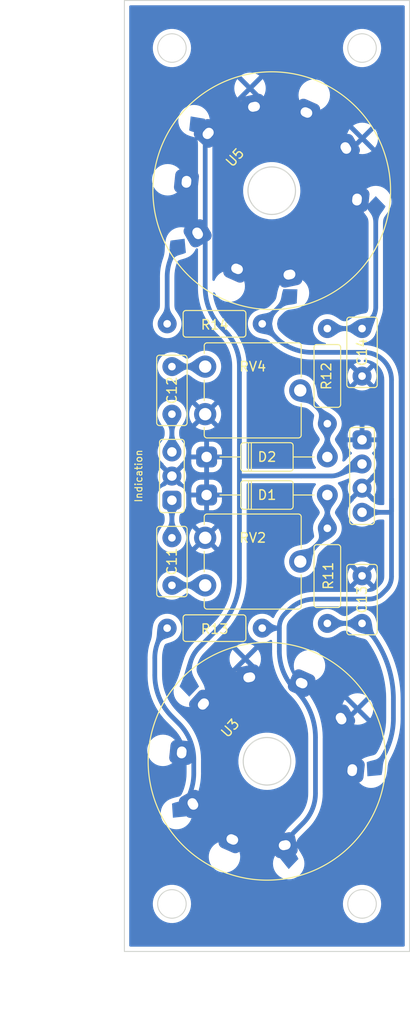
<source format=kicad_pcb>
(kicad_pcb (version 20211014) (generator pcbnew)
  (layers (0 "F.Cu" signal) (31 "B.Cu" signal) (34 "B.Paste" user) (35 "F.Paste" user) (36 "B.SilkS" user "B.Silkscreen") (37 "F.SilkS" user "F.Silkscreen") (38 "B.Mask" user) (39 "F.Mask" user) (44 "Edge.Cuts" user))
  (net 0 "")
  (net 1 "GND")
  (net 2 "240V")
  (net 3 "+6V")
  (net 4 "Net-(C11-Pad1)")
  (net 5 "Net-(C11-Pad2)")
  (net 6 "Net-(C12-Pad1)")
  (net 7 "Net-(C12-Pad2)")
  (net 8 "Net-(C13-Pad1)")
  (net 9 "Net-(C14-Pad1)")
  (net 10 "Net-(D1-Pad2)")
  (net 11 "Net-(D2-Pad2)")
  (net 12 "Net-(R13-Pad2)")
  (net 13 "Net-(R14-Pad2)")
  (footprint "spdf1626_lib:Potentiometer_THT_CA9V" (layer "F.Cu") (at 138.5 81.5)
    (fp_text reference "RV2" (at 5 -5) (layer "F.SilkS"))
    (fp_text value "470k")
    (pad "1" thru_hole circle (at 0 0) (size 2.34 2.34) (drill 1.3) (layers *.Cu *.Mask) (net 5 "Net-(C11-Pad2)"))
    (pad "2" thru_hole circle (at 10 -2.5) (size 2.34 2.34) (drill 1.3) (layers *.Cu *.Mask) (net 10 "Net-(D1-Pad2)"))
    (pad "3" thru_hole circle (at 0 -5) (size 2.34 2.34) (drill 1.3) (layers *.Cu *.Mask) (net 1 "GND"))
  )
  (footprint "spdf1626_lib:C_THT_K73-17_P5.00mm" (layer "F.Cu") (at 155 54.5 -90)
    (fp_text reference "C14" (at 2.5 0 90) (layer "F.SilkS"))
    (fp_text value "6800pF" hide)
    (pad "1" thru_hole circle (at 0 0 270) (size 2 2) (drill 0.8) (layers *.Cu *.Mask) (net 9 "Net-(C14-Pad1)"))
    (pad "2" thru_hole circle (at 5 0 270) (size 2 2) (drill 0.8) (layers *.Cu *.Mask) (net 1 "GND"))
  )
  (footprint "spdf1626_lib:9-pin_tube_socket(PL9-3P)" (layer "F.Cu") (at 145 100 48)
    (fp_text reference "U3" (at 0 -5.2 48 unlocked) (layer "F.SilkS"))
    (fp_text value "6E1P")
    (fp_circle (center 0 0) (end 2.5 0) (layer "Edge.Cuts") (width 0.12) (fill none))
    (pad "1" thru_hole roundrect (at 5.31 7.29 84) (size 2.5 2.5) (drill oval 1.25 1) (layers *.Cu *.Mask) (net 8 "Net-(C13-Pad1)"))
    (pad "2" thru_hole roundrect (at 8.55 2.79 120) (size 2.5 2.5) (drill oval 1.25 1) (layers *.Cu *.Mask) (net 1 "GND"))
    (pad "3" thru_hole roundrect (at 8.55 -2.79 156) (size 2.5 2.5) (drill oval 1.25 1) (layers *.Cu *.Mask))
    (pad "4" thru_hole roundrect (at 5.31 -7.29 12) (size 2.5 2.5) (drill oval 1.25 1) (layers *.Cu *.Mask) (net 1 "GND"))
    (pad "5" thru_hole roundrect (at 0 -9 48) (size 2.5 2.5) (drill oval 1.25 1) (layers *.Cu *.Mask) (net 3 "+6V"))
    (pad "6" thru_hole roundrect (at -5.31 -7.29 84) (size 2.5 2.5) (drill oval 1.25 1) (layers *.Cu *.Mask))
    (pad "7" thru_hole roundrect (at -8.55 -2.79 120) (size 2.5 2.5) (drill oval 1.25 1) (layers *.Cu *.Mask) (net 12 "Net-(R13-Pad2)"))
    (pad "8" thru_hole roundrect (at -8.55 2.79 336) (size 2.5 2.5) (drill oval 1.25 1) (layers *.Cu *.Mask))
    (pad "9" thru_hole roundrect (at -5.31 7.29 12) (size 2.5 2.5) (drill oval 1.25 1) (layers *.Cu *.Mask) (net 2 "240V"))
  )
  (footprint "spdf1626_lib:D_DO-41" (layer "F.Cu") (at 138.65 72)
    (fp_text reference "D1" (at 6.35 0) (layer "F.SilkS"))
    (fp_text value "1n4007" hide)
    (pad "1" thru_hole roundrect (at 0 0) (size 2.2 2.2) (drill 1.1) (layers *.Cu *.Mask) (net 1 "GND"))
    (pad "2" thru_hole oval (at 12.7 0) (size 2.2 2.2) (drill 1.1) (layers *.Cu *.Mask) (net 10 "Net-(D1-Pad2)"))
  )
  (footprint "spdf1626_lib:R_THT_025W" (layer "F.Cu") (at 139.5 54 180)
    (fp_text reference "R14" (at 0 -0.1) (layer "F.SilkS"))
    (fp_text value "1M" hide)
    (pad "1" thru_hole circle (at -5 0 180) (size 2 2) (drill 0.8) (layers *.Cu *.Mask) (net 2 "240V"))
    (pad "2" thru_hole circle (at 5 0 180) (size 2 2) (drill 0.8) (layers *.Cu *.Mask) (net 13 "Net-(R14-Pad2)"))
  )
  (footprint "spdf1626_lib:C_THT_K73-17_P5.00mm" (layer "F.Cu") (at 135 76.5 -90)
    (fp_text reference "C11" (at 2.5 0 90) (layer "F.SilkS"))
    (fp_text value "6800pF" hide)
    (pad "1" thru_hole circle (at 0 0 270) (size 2 2) (drill 0.8) (layers *.Cu *.Mask) (net 4 "Net-(C11-Pad1)"))
    (pad "2" thru_hole circle (at 5 0 270) (size 2 2) (drill 0.8) (layers *.Cu *.Mask) (net 5 "Net-(C11-Pad2)"))
  )
  (footprint "spdf1626_lib:R_THT_025W" (layer "F.Cu") (at 139.5 86 180)
    (fp_text reference "R13" (at 0 -0.1) (layer "F.SilkS"))
    (fp_text value "1M" hide)
    (pad "1" thru_hole circle (at -5 0 180) (size 2 2) (drill 0.8) (layers *.Cu *.Mask) (net 2 "240V"))
    (pad "2" thru_hole circle (at 5 0 180) (size 2 2) (drill 0.8) (layers *.Cu *.Mask) (net 12 "Net-(R13-Pad2)"))
  )
  (footprint "spdf1626_lib:C_THT_K73-17_P5.00mm" (layer "F.Cu") (at 155 85.5 90)
    (fp_text reference "C13" (at 2.5 0 90) (layer "F.SilkS"))
    (fp_text value "6800pF" hide)
    (pad "1" thru_hole circle (at 0 0 90) (size 2 2) (drill 0.8) (layers *.Cu *.Mask) (net 8 "Net-(C13-Pad1)"))
    (pad "2" thru_hole circle (at 5 0 90) (size 2 2) (drill 0.8) (layers *.Cu *.Mask) (net 1 "GND"))
  )
  (footprint "spdf1626_lib:C_THT_K73-17_P5.00mm" (layer "F.Cu") (at 135 63.5 90)
    (fp_text reference "C12" (at 2.5 0 90) (layer "F.SilkS"))
    (fp_text value "6800pF" hide)
    (pad "1" thru_hole circle (at 0 0 90) (size 2 2) (drill 0.8) (layers *.Cu *.Mask) (net 6 "Net-(C12-Pad1)"))
    (pad "2" thru_hole circle (at 5 0 90) (size 2 2) (drill 0.8) (layers *.Cu *.Mask) (net 7 "Net-(C12-Pad2)"))
  )
  (footprint "spdf1626_lib:R_THT_025W" (layer "F.Cu") (at 151.35 80.5 -90)
    (fp_text reference "R11" (at 0 -0.1 90) (layer "F.SilkS"))
    (fp_text value "1M" hide)
    (pad "1" thru_hole circle (at -5 0 270) (size 2 2) (drill 0.8) (layers *.Cu *.Mask) (net 10 "Net-(D1-Pad2)"))
    (pad "2" thru_hole circle (at 5 0 270) (size 2 2) (drill 0.8) (layers *.Cu *.Mask) (net 8 "Net-(C13-Pad1)"))
  )
  (footprint "spdf1626_lib:Potentiometer_THT_CA9V" (layer "F.Cu") (at 138.5 63.5)
    (fp_text reference "RV4" (at 5 -5) (layer "F.SilkS"))
    (fp_text value "470k")
    (pad "1" thru_hole circle (at 0 0) (size 2.34 2.34) (drill 1.3) (layers *.Cu *.Mask) (net 1 "GND"))
    (pad "2" thru_hole circle (at 10 -2.5) (size 2.34 2.34) (drill 1.3) (layers *.Cu *.Mask) (net 11 "Net-(D2-Pad2)"))
    (pad "3" thru_hole circle (at 0 -5) (size 2.34 2.34) (drill 1.3) (layers *.Cu *.Mask) (net 7 "Net-(C12-Pad2)"))
  )
  (footprint "spdf1626_lib:9-pin_tube_socket(PL9-3P)" (layer "F.Cu") (at 145.5 40 48)
    (fp_text reference "U5" (at 0 -5.2 48 unlocked) (layer "F.SilkS"))
    (fp_text value "6E1P")
    (fp_circle (center 0 0) (end 2.5 0) (layer "Edge.Cuts") (width 0.12) (fill none))
    (pad "1" thru_hole roundrect (at 5.31 7.29 84) (size 2.5 2.5) (drill oval 1.25 1) (layers *.Cu *.Mask) (net 9 "Net-(C14-Pad1)"))
    (pad "2" thru_hole roundrect (at 8.55 2.79 120) (size 2.5 2.5) (drill oval 1.25 1) (layers *.Cu *.Mask) (net 1 "GND"))
    (pad "3" thru_hole roundrect (at 8.55 -2.79 156) (size 2.5 2.5) (drill oval 1.25 1) (layers *.Cu *.Mask))
    (pad "4" thru_hole roundrect (at 5.31 -7.29 12) (size 2.5 2.5) (drill oval 1.25 1) (layers *.Cu *.Mask) (net 1 "GND"))
    (pad "5" thru_hole roundrect (at 0 -9 48) (size 2.5 2.5) (drill oval 1.25 1) (layers *.Cu *.Mask) (net 3 "+6V"))
    (pad "6" thru_hole roundrect (at -5.31 -7.29 84) (size 2.5 2.5) (drill oval 1.25 1) (layers *.Cu *.Mask))
    (pad "7" thru_hole roundrect (at -8.55 -2.79 120) (size 2.5 2.5) (drill oval 1.25 1) (layers *.Cu *.Mask) (net 13 "Net-(R14-Pad2)"))
    (pad "8" thru_hole roundrect (at -8.55 2.79 336) (size 2.5 2.5) (drill oval 1.25 1) (layers *.Cu *.Mask))
    (pad "9" thru_hole roundrect (at -5.31 7.29 12) (size 2.5 2.5) (drill oval 1.25 1) (layers *.Cu *.Mask) (net 2 "240V"))
  )
  (footprint "spdf1626_lib:D_DO-41" (layer "F.Cu") (at 138.65 68)
    (fp_text reference "D2" (at 6.35 0) (layer "F.SilkS"))
    (fp_text value "1n4007" hide)
    (pad "1" thru_hole roundrect (at 0 0) (size 2.2 2.2) (drill 1.1) (layers *.Cu *.Mask) (net 1 "GND"))
    (pad "2" thru_hole oval (at 12.7 0) (size 2.2 2.2) (drill 1.1) (layers *.Cu *.Mask) (net 11 "Net-(D2-Pad2)"))
  )
  (footprint "spdf1626_lib:R_THT_025W" (layer "F.Cu") (at 151.35 59.5 90)
    (fp_text reference "R12" (at 0 -0.1 90) (layer "F.SilkS"))
    (fp_text value "1M" hide)
    (pad "1" thru_hole circle (at -5 0 90) (size 2 2) (drill 0.8) (layers *.Cu *.Mask) (net 11 "Net-(D2-Pad2)"))
    (pad "2" thru_hole circle (at 5 0 90) (size 2 2) (drill 0.8) (layers *.Cu *.Mask) (net 9 "Net-(C14-Pad1)"))
  )
  (footprint "spdf1626_lib:PinHeader_1x04_P2.54mm" (layer "F.Cu") (at 155 66.2)
    (fp_text reference "J5" hide)
    (fp_text value "Conn_01x04" hide)
    (pad "1" thru_hole roundrect (at 0 0) (size 2 2) (drill 1) (layers *.Cu *.Mask) (net 1 "GND"))
    (pad "2" thru_hole circle (at 0 2.54) (size 2 2) (drill 1) (layers *.Cu *.Mask) (net 3 "+6V"))
    (pad "3" thru_hole circle (at 0 5.08) (size 2 2) (drill 1) (layers *.Cu *.Mask) (net 1 "GND"))
    (pad "4" thru_hole circle (at 0 7.62) (size 2 2) (drill 1) (layers *.Cu *.Mask) (net 2 "240V"))
  )
  (footprint "spdf1626_lib:PinHeader_1x03_P2.54mm" (layer "F.Cu") (at 135 72.55 180)
    (fp_text reference "J4" hide)
    (fp_text value "Indication" (at 3.5 2.55 90) (layer "F.SilkS") (effects (font (size 0.75 0.75) (thickness 0.12))))
    (pad "1" thru_hole roundrect (at 0 0 180) (size 2 2) (drill 1) (layers *.Cu *.Mask) (net 4 "Net-(C11-Pad1)"))
    (pad "2" thru_hole circle (at 0 2.54 180) (size 2 2) (drill 1) (layers *.Cu *.Mask) (net 1 "GND"))
    (pad "3" thru_hole circle (at 0 5.08 180) (size 2 2) (drill 1) (layers *.Cu *.Mask) (net 6 "Net-(C12-Pad1)"))
  )
  (gr_circle (center 155 25) (end 155 23.5) (layer "Edge.Cuts") (width 0.1) (fill none))
  (gr_rect (start 130 20) (end 160 120) (layer "Edge.Cuts") (width 0.1) (fill none))
  (gr_circle (center 135 25) (end 135 23.5) (layer "Edge.Cuts") (width 0.1) (fill none))
  (gr_circle (center 155 115) (end 155 116.5) (layer "Edge.Cuts") (width 0.1) (fill none))
  (gr_circle (center 135 115) (end 135 116.5) (layer "Edge.Cuts") (width 0.1) (fill none))
  (segment (start 158.1 73.7) (end 157.98 73.82) (width 0.5) (layer "B.Cu") (net 2))
  (segment (start 146.885763 84.514237) (end 147.360498 84.039502) (width 0.5) (layer "B.Cu") (net 2))
  (segment (start 144.5 86) (end 146.3 86) (width 0.5) (layer "B.Cu") (net 2))
  (segment (start 147.870501 107.429499) (end 148.801695 106.498305) (width 0.5) (layer "B.Cu") (net 2))
  (segment (start 157.135787 82.364213) (end 157.514214 81.985786) (width 0.5) (layer "B.Cu") (net 2))
  (segment (start 146.3 86) (end 146.3 85.928427) (width 0.5) (layer "B.Cu") (net 2))
  (segment (start 158.1 72.4) (end 158.1 73.7) (width 0.5) (layer "B.Cu") (net 2))
  (segment (start 144.5 54) (end 145.941706 55.441706) (width 0.5) (layer "B.Cu") (net 2))
  (segment (start 149.70376 57) (end 155.19832 57) (width 0.5) (layer "B.Cu") (net 2))
  (segment (start 157.98 73.82) (end 155 73.82) (width 0.5) (layer "B.Cu") (net 2))
  (segment (start 158.1 59.90168) (end 158.1 72.4) (width 0.5) (layer "B.Cu") (net 2))
  (segment (start 147.284714 110.763409) (end 147.284714 108.843713) (width 0.5) (layer "B.Cu") (net 2))
  (segment (start 147.736591 50.763409) (end 147.784714 50.763409) (width 0.5) (layer "B.Cu") (net 2))
  (segment (start 144.5 54) (end 147.736591 50.763409) (width 0.5) (layer "B.Cu") (net 2))
  (segment (start 158.1 80.571573) (end 158.1 72.4) (width 0.5) (layer "B.Cu") (net 2))
  (segment (start 148.046531 92.546531) (end 147.985902 92.485902) (width 0.5) (layer "B.Cu") (net 2))
  (segment (start 146.3 88.415774) (end 146.3 86) (width 0.5) (layer "B.Cu") (net 2))
  (segment (start 150.1 103.36392) (end 150.1 97.504044) (width 0.5) (layer "B.Cu") (net 2))
  (segment (start 149.990787 82.95) (end 155.721573 82.95) (width 0.5) (layer "B.Cu") (net 2))
  (arc (start 147.985902 92.485902) (mid 146.738151 90.618511) (end 146.3 88.415774) (width 0.5) (layer "B.Cu") (net 2))
  (arc (start 157.514214 81.985786) (mid 157.947759 81.33694) (end 158.1 80.571573) (width 0.5) (layer "B.Cu") (net 2))
  (arc (start 155.19832 57) (mid 157.250118 57.849882) (end 158.1 59.90168) (width 0.5) (layer "B.Cu") (net 2))
  (arc (start 146.885763 84.514237) (mid 146.452234 85.163059) (end 146.3 85.928427) (width 0.5) (layer "B.Cu") (net 2))
  (arc (start 145.941706 55.441706) (mid 147.667751 56.595012) (end 149.70376 57) (width 0.5) (layer "B.Cu") (net 2))
  (arc (start 147.360498 84.039502) (mid 148.567285 83.233153) (end 149.990787 82.95) (width 0.5) (layer "B.Cu") (net 2))
  (arc (start 148.801695 106.498305) (mid 149.762581 105.060237) (end 150.1 103.36392) (width 0.5) (layer "B.Cu") (net 2))
  (arc (start 147.870501 107.429499) (mid 147.436955 108.078346) (end 147.284714 108.843713) (width 0.5) (layer "B.Cu") (net 2))
  (arc (start 157.135787 82.364213) (mid 156.48694 82.797759) (end 155.721573 82.95) (width 0.5) (layer "B.Cu") (net 2))
  (arc (start 148.046531 92.546531) (mid 149.566321 94.821057) (end 150.1 97.504044) (width 0.5) (layer "B.Cu") (net 2))
  (segment (start 155 68.74) (end 154.688427 68.74) (width 0.5) (layer "B.Cu") (net 3))
  (segment (start 151.771573 70) (end 148.6 70) (width 0.5) (layer "B.Cu") (net 3))
  (segment (start 142.1 58.433131) (end 142.1 70) (width 0.5) (layer "B.Cu") (net 3))
  (segment (start 148.6 70) (end 142.1 70) (width 0.5) (layer "B.Cu") (net 3))
  (segment (start 140.247337 54.447337) (end 140.59165 54.79165) (width 0.5) (layer "B.Cu") (net 3))
  (segment (start 153.274213 69.325787) (end 153.185786 69.414214) (width 0.5) (layer "B.Cu") (net 3))
  (segment (start 136.825407 92.639563) (end 136.825407 90.519738) (width 0.5) (layer "B.Cu") (net 3))
  (segment (start 137.847278 88.052722) (end 139.914357 85.985643) (width 0.5) (layer "B.Cu") (net 3))
  (segment (start 138.5 35.153043) (end 138.5 50.228893) (width 0.5) (layer "B.Cu") (net 3))
  (segment (start 142.1 80.709035) (end 142.1 70) (width 0.5) (layer "B.Cu") (net 3))
  (segment (start 137.325407 32.639563) (end 137.553263 32.867419) (width 0.5) (layer "B.Cu") (net 3))
  (arc (start 151.771573 70) (mid 152.53694 69.847759) (end 153.185786 69.414214) (width 0.5) (layer "B.Cu") (net 3))
  (arc (start 136.825407 90.519738) (mid 137.090983 89.184599) (end 137.847278 88.052722) (width 0.5) (layer "B.Cu") (net 3))
  (arc (start 139.914357 85.985643) (mid 141.53197 83.564715) (end 142.1 80.709035) (width 0.5) (layer "B.Cu") (net 3))
  (arc (start 142.1 58.433131) (mid 141.707993 56.462376) (end 140.59165 54.79165) (width 0.5) (layer "B.Cu") (net 3))
  (arc (start 154.688427 68.74) (mid 153.92306 68.892241) (end 153.274213 69.325787) (width 0.5) (layer "B.Cu") (net 3))
  (arc (start 138.5 35.153043) (mid 138.253951 33.916072) (end 137.553263 32.867419) (width 0.5) (layer "B.Cu") (net 3))
  (arc (start 140.247337 54.447337) (mid 138.954118 52.511898) (end 138.5 50.228893) (width 0.5) (layer "B.Cu") (net 3))
  (segment (start 135 72.55) (end 135 76.5) (width 0.5) (layer "B.Cu") (net 4))
  (segment (start 135 81.5) (end 138.5 81.5) (width 0.5) (layer "B.Cu") (net 5))
  (segment (start 135 67.47) (end 135 63.5) (width 0.5) (layer "B.Cu") (net 6))
  (segment (start 138.5 58.5) (end 135 58.5) (width 0.5) (layer "B.Cu") (net 7))
  (segment (start 158.3 95.457396) (end 158.3 93.466952) (width 0.5) (layer "B.Cu") (net 8))
  (segment (start 151.35 85.5) (end 155 85.5) (width 0.5) (layer "B.Cu") (net 8))
  (arc (start 158.3 95.457396) (mid 157.687494 98.536672) (end 155.943264 101.147115) (width 0.5) (layer "B.Cu") (net 8))
  (arc (start 158.3 93.466952) (mid 157.442349 89.15525) (end 155 85.5) (width 0.5) (layer "B.Cu") (net 8))
  (segment (start 155.857477 53.642523) (end 155 54.5) (width 0.5) (layer "B.Cu") (net 9))
  (segment (start 156.443264 41.147115) (end 156.443264 52.228309) (width 0.5) (layer "B.Cu") (net 9))
  (segment (start 151.35 54.5) (end 155 54.5) (width 0.5) (layer "B.Cu") (net 9))
  (arc (start 155.857477 53.642523) (mid 156.291023 52.993676) (end 156.443264 52.228309) (width 0.5) (layer "B.Cu") (net 9))
  (segment (start 151.35 76.15) (end 148.5 79) (width 0.5) (layer "B.Cu") (net 10))
  (segment (start 151.35 75.5) (end 151.35 76.15) (width 0.5) (layer "B.Cu") (net 10))
  (segment (start 151.35 72) (end 151.35 75.5) (width 0.5) (layer "B.Cu") (net 10))
  (segment (start 151.35 68) (end 151.35 64.5) (width 0.5) (layer "B.Cu") (net 11))
  (segment (start 151.35 64.5) (end 151.35 63.85) (width 0.5) (layer "B.Cu") (net 11))
  (segment (start 151.35 63.85) (end 148.5 61) (width 0.5) (layer "B.Cu") (net 11))
  (segment (start 137.3 99.818162) (end 137.3 101.249357) (width 0.5) (layer "B.Cu") (net 12))
  (segment (start 135.00993 95.30993) (end 135.731523 96.031523) (width 0.5) (layer "B.Cu") (net 12))
  (segment (start 135.586613 105.385839) (end 135.474201 105.498251) (width 0.5) (layer "B.Cu") (net 12))
  (segment (start 133.2 89.138518) (end 133.2 90.940372) (width 0.5) (layer "B.Cu") (net 12))
  (arc (start 134.5 86) (mid 133.537866 87.439949) (end 133.2 89.138518) (width 0.5) (layer "B.Cu") (net 12))
  (arc (start 137.3 101.249357) (mid 136.854705 103.488005) (end 135.586613 105.385839) (width 0.5) (layer "B.Cu") (net 12))
  (arc (start 137.3 99.818162) (mid 136.892366 97.768848) (end 135.731523 96.031523) (width 0.5) (layer "B.Cu") (net 12))
  (arc (start 135.00993 95.30993) (mid 133.670385 93.30516) (end 133.2 90.940372) (width 0.5) (layer "B.Cu") (net 12))
  (segment (start 134.5 54) (end 134.5 49.057278) (width 0.5) (layer "B.Cu") (net 13))
  (arc (start 134.5 49.057278) (mid 134.883131 47.13115) (end 135.974201 45.498251) (width 0.5) (layer "B.Cu") (net 13))
  (zone (net 2) (net_name "240V") (layer "B.Cu") (priority 16962) (connect_pads yes (clearance 0)) (min_thickness 0.0254) (fill yes (thermal_gap 0.508) (thermal_bridge_width 0.508))
    (polygon (pts (xy 146.083918 55.230365) (xy 145.927758 55.060616) (xy 145.811724 54.905769) (xy 145.728453 54.761392) (xy 145.670585 54.623056) (xy 145.630758 54.486331) (xy 145.601612 54.346788) (xy 145.575786 54.199995) (xy 145.545918 54.041523) (xy 145.504648 53.866943) (xy 145.444616 53.671825) (xy 144.146447 53.646447) (xy 144.171825 54.944616) (xy 144.366943 55.004648) (xy 144.541523 55.045918) (xy 144.699995 55.075786) (xy 144.846788 55.101612) (xy 144.986331 55.130758) (xy 145.123056 55.170585) (xy 145.261392 55.228453) (xy 145.405769 55.311724) (xy 145.560616 55.427758) (xy 145.730365 55.583918)))
  )
  (zone (net 10) (net_name "Net-(D1-Pad2)") (layer "B.Cu") (priority 16962) (connect_pads yes (clearance 0)) (min_thickness 0.0254) (fill yes (thermal_gap 0.508) (thermal_bridge_width 0.508))
    (polygon (pts (xy 149.970781 77.175666) (xy 149.770083 77.359015) (xy 149.58654 77.493178) (xy 149.414985 77.587314) (xy 149.250256 77.650581) (xy 149.087189 77.692137) (xy 148.920619 77.72114) (xy 148.745382 77.74675) (xy 148.556315 77.778124) (xy 148.348254 77.824421) (xy 148.116035 77.894799) (xy 148.086343 79.413657) (xy 149.605201 79.383965) (xy 149.675578 79.151745) (xy 149.721875 78.943684) (xy 149.753249 78.754617) (xy 149.778859 78.57938) (xy 149.807862 78.41281) (xy 149.849418 78.249743) (xy 149.912685 78.085014) (xy 150.006821 77.913459) (xy 150.140984 77.729916) (xy 150.324334 77.529219)))
  )
  (zone (net 4) (net_name "Net-(C11-Pad1)") (layer "B.Cu") (priority 16962) (connect_pads yes (clearance 0)) (min_thickness 0.0254) (fill yes (thermal_gap 0.508) (thermal_bridge_width 0.508))
    (polygon (pts (xy 135.25 74.54) (xy 135.259608 74.309548) (xy 135.287053 74.118006) (xy 135.330262 73.957034) (xy 135.387161 73.818297) (xy 135.455678 73.693456) (xy 135.533742 73.574174) (xy 135.619278 73.452113) (xy 135.710215 73.318937) (xy 135.804479 73.166308) (xy 135.9 72.985889) (xy 135 72.05) (xy 134.1 72.985889) (xy 134.19552 73.166308) (xy 134.289784 73.318937) (xy 134.380721 73.452113) (xy 134.466257 73.574174) (xy 134.544321 73.693456) (xy 134.612838 73.818297) (xy 134.669737 73.957034) (xy 134.712946 74.118006) (xy 134.740391 74.309548) (xy 134.75 74.54)))
  )
  (zone (net 13) (net_name "Net-(R14-Pad2)") (layer "B.Cu") (priority 16962) (connect_pads yes (clearance 0)) (min_thickness 0.0254) (fill yes (thermal_gap 0.508) (thermal_bridge_width 0.508))
    (polygon (pts (xy 135.007821 47.508095) (xy 135.099304 47.287397) (xy 135.202835 47.118522) (xy 135.318451 46.992264) (xy 135.446187 46.899417) (xy 135.586082 46.830778) (xy 135.738172 46.77714) (xy 135.902494 46.729298) (xy 136.079084 46.678047) (xy 136.267981 46.614181) (xy 136.46922 46.528496) (xy 136.329924 45.050956) (xy 134.858957 45.247892) (xy 134.809891 45.499009) (xy 134.780387 45.71653) (xy 134.764497 45.909614) (xy 134.756271 46.087418) (xy 134.749762 46.259098) (xy 134.739021 46.433812) (xy 134.7181 46.620718) (xy 134.681051 46.828972) (xy 134.621924 47.067733) (xy 134.534773 47.346157)))
  )
  (zone (net 10) (net_name "Net-(D1-Pad2)") (layer "B.Cu") (priority 16962) (connect_pads yes (clearance 0)) (min_thickness 0.0254) (fill yes (thermal_gap 0.508) (thermal_bridge_width 0.508))
    (polygon (pts (xy 151.6 74.19) (xy 151.611172 73.935376) (xy 151.643012 73.724363) (xy 151.693005 73.547572) (xy 151.758636 73.395612) (xy 151.837391 73.259093) (xy 151.926754 73.128626) (xy 152.024211 72.994821) (xy 152.127248 72.848288) (xy 152.233349 72.679637) (xy 152.34 72.479478) (xy 151.35 71.45) (xy 150.36 72.479478) (xy 150.46665 72.679637) (xy 150.572751 72.848288) (xy 150.675788 72.994821) (xy 150.773245 73.128626) (xy 150.862608 73.259093) (xy 150.941363 73.395612) (xy 151.006994 73.547572) (xy 151.056987 73.724363) (xy 151.088827 73.935376) (xy 151.1 74.19)))
  )
  (zone (net 13) (net_name "Net-(R14-Pad2)") (layer "B.Cu") (priority 16962) (connect_pads yes (clearance 0)) (min_thickness 0.0254) (fill yes (thermal_gap 0.508) (thermal_bridge_width 0.508))
    (polygon (pts (xy 134.25 52.01) (xy 134.240391 52.240451) (xy 134.212946 52.431993) (xy 134.169737 52.592965) (xy 134.112838 52.731702) (xy 134.044321 52.856543) (xy 133.966257 52.975825) (xy 133.880721 53.097886) (xy 133.789784 53.231062) (xy 133.69552 53.383691) (xy 133.6 53.564111) (xy 134.5 54.5) (xy 135.4 53.564111) (xy 135.304479 53.383691) (xy 135.210215 53.231062) (xy 135.119278 53.097886) (xy 135.033742 52.975825) (xy 134.955678 52.856543) (xy 134.887161 52.731702) (xy 134.830262 52.592965) (xy 134.787053 52.431993) (xy 134.759608 52.240451) (xy 134.75 52.01)))
  )
  (zone (net 4) (net_name "Net-(C11-Pad1)") (layer "B.Cu") (priority 16962) (connect_pads yes (clearance 0)) (min_thickness 0.0254) (fill yes (thermal_gap 0.508) (thermal_bridge_width 0.508))
    (polygon (pts (xy 134.75 74.51) (xy 134.740391 74.740451) (xy 134.712946 74.931993) (xy 134.669737 75.092965) (xy 134.612838 75.231702) (xy 134.544321 75.356543) (xy 134.466257 75.475825) (xy 134.380721 75.597886) (xy 134.289784 75.731062) (xy 134.19552 75.883691) (xy 134.1 76.064111) (xy 135 77) (xy 135.9 76.064111) (xy 135.804479 75.883691) (xy 135.710215 75.731062) (xy 135.619278 75.597886) (xy 135.533742 75.475825) (xy 135.455678 75.356543) (xy 135.387161 75.231702) (xy 135.330262 75.092965) (xy 135.287053 74.931993) (xy 135.259608 74.740451) (xy 135.25 74.51)))
  )
  (zone (net 9) (net_name "Net-(C14-Pad1)") (layer "B.Cu") (priority 16962) (connect_pads yes (clearance 0)) (min_thickness 0.0254) (fill yes (thermal_gap 0.508) (thermal_bridge_width 0.508))
    (polygon (pts (xy 153.34 54.25) (xy 153.109548 54.240391) (xy 152.918006 54.212946) (xy 152.757034 54.169737) (xy 152.618297 54.112838) (xy 152.493456 54.044321) (xy 152.374174 53.966257) (xy 152.252113 53.880721) (xy 152.118937 53.789784) (xy 151.966308 53.69552) (xy 151.785889 53.6) (xy 150.85 54.5) (xy 151.785889 55.4) (xy 151.966308 55.304479) (xy 152.118937 55.210215) (xy 152.252113 55.119278) (xy 152.374174 55.033742) (xy 152.493456 54.955678) (xy 152.618297 54.887161) (xy 152.757034 54.830262) (xy 152.918006 54.787053) (xy 153.109548 54.759608) (xy 153.34 54.75)))
  )
  (zone (net 7) (net_name "Net-(C12-Pad2)") (layer "B.Cu") (priority 16962) (connect_pads yes (clearance 0)) (min_thickness 0.0254) (fill yes (thermal_gap 0.508) (thermal_bridge_width 0.508))
    (polygon (pts (xy 136.99 58.25) (xy 136.759548 58.240391) (xy 136.568006 58.212946) (xy 136.407034 58.169737) (xy 136.268297 58.112838) (xy 136.143456 58.044321) (xy 136.024174 57.966257) (xy 135.902113 57.880721) (xy 135.768937 57.789784) (xy 135.616308 57.69552) (xy 135.435889 57.6) (xy 134.5 58.5) (xy 135.435889 59.4) (xy 135.616308 59.304479) (xy 135.768937 59.210215) (xy 135.902113 59.119278) (xy 136.024174 59.033742) (xy 136.143456 58.955678) (xy 136.268297 58.887161) (xy 136.407034 58.830262) (xy 136.568006 58.787053) (xy 136.759548 58.759608) (xy 136.99 58.75)))
  )
  (zone (net 2) (net_name "240V") (layer "B.Cu") (priority 16962) (connect_pads yes (clearance 0)) (min_thickness 0.0254) (fill yes (thermal_gap 0.508) (thermal_bridge_width 0.508))
    (polygon (pts (xy 145.730365 52.416082) (xy 145.560616 52.572241) (xy 145.405769 52.688275) (xy 145.261392 52.771546) (xy 145.123056 52.829414) (xy 144.986331 52.869241) (xy 144.846788 52.898387) (xy 144.699995 52.924213) (xy 144.541523 52.954081) (xy 144.366943 52.995351) (xy 144.171825 53.055384) (xy 144.146447 54.353553) (xy 145.444616 54.328175) (xy 145.504648 54.133056) (xy 145.545918 53.958476) (xy 145.575786 53.800004) (xy 145.601612 53.653211) (xy 145.630758 53.513668) (xy 145.670585 53.376943) (xy 145.728453 53.238607) (xy 145.811724 53.09423) (xy 145.927758 52.939383) (xy 146.083918 52.769635)))
  )
  (zone (net 1) (net_name "GND") (layer "B.Cu") (connect_pads (clearance 0.508)) (min_thickness 0.254) (fill yes (thermal_gap 0.508) (thermal_bridge_width 0.508) (smoothing fillet) (radius 1))
    (polygon (pts (xy 160 120) (xy 130 120) (xy 130 20) (xy 160 20)))
  )
  (zone (net 11) (net_name "Net-(D2-Pad2)") (layer "B.Cu") (priority 16962) (connect_pads yes (clearance 0)) (min_thickness 0.0254) (fill yes (thermal_gap 0.508) (thermal_bridge_width 0.508))
    (polygon (pts (xy 150.162062 63.015615) (xy 150.286438 63.154062) (xy 150.374897 63.283564) (xy 150.432192 63.407125) (xy 150.46308 63.527748) (xy 150.472315 63.648436) (xy 150.464653 63.772193) (xy 150.444849 63.902022) (xy 150.417658 64.040927) (xy 150.387836 64.19191) (xy 150.360137 64.357977) (xy 151.501824 64.976391) (xy 152.057106 63.792894) (xy 151.889844 63.637131) (xy 151.736732 63.515229) (xy 151.593555 63.418046) (xy 151.456101 63.336441) (xy 151.320156 63.261274) (xy 151.181508 63.183403) (xy 151.035943 63.093687) (xy 150.879247 62.982986) (xy 150.707209 62.842158) (xy 150.515615 62.662062)))
  )
  (zone (net 3) (net_name "+6V") (layer "B.Cu") (priority 16962) (connect_pads yes (clearance 0)) (min_thickness 0.0254) (fill yes (thermal_gap 0.508) (thermal_bridge_width 0.508))
    (polygon (pts (xy 152.405035 70.158986) (xy 152.719165 70.057679) (xy 152.987539 69.956577) (xy 153.220475 69.860234) (xy 153.428296 69.773204) (xy 153.621322 69.700042) (xy 153.809872 69.645303) (xy 154.00427 69.61354) (xy 154.214833 69.609308) (xy 154.451885 69.637162) (xy 154.725745 69.701656) (xy 155.492518 68.653827) (xy 154.415521 67.928592) (xy 154.154238 68.137767) (xy 153.945056 68.342922) (xy 153.772281 68.542722) (xy 153.620225 68.735832) (xy 153.473195 68.920915) (xy 153.315501 69.096638) (xy 153.131452 69.261664) (xy 152.905357 69.414658) (xy 152.621526 69.554286) (xy 152.264267 69.679212)))
  )
  (zone (net 10) (net_name "Net-(D1-Pad2)") (layer "B.Cu") (priority 16962) (connect_pads yes (clearance 0)) (min_thickness 0.0254) (fill yes (thermal_gap 0.508) (thermal_bridge_width 0.508))
    (polygon (pts (xy 150.515615 77.337938) (xy 150.707209 77.157841) (xy 150.879247 77.017013) (xy 151.035943 76.906312) (xy 151.181508 76.816596) (xy 151.320156 76.738725) (xy 151.456101 76.663558) (xy 151.593555 76.581953) (xy 151.736732 76.48477) (xy 151.889844 76.362868) (xy 152.057106 76.207106) (xy 151.501824 75.023609) (xy 150.360137 75.642023) (xy 150.387836 75.808089) (xy 150.417658 75.959072) (xy 150.444849 76.097977) (xy 150.464653 76.227806) (xy 150.472315 76.351563) (xy 150.46308 76.472251) (xy 150.432192 76.592874) (xy 150.374897 76.716435) (xy 150.286438 76.845937) (xy 150.162062 76.984385)))
  )
  (zone (net 12) (net_name "Net-(R13-Pad2)") (layer "B.Cu") (priority 16962) (connect_pads yes (clearance 0)) (min_thickness 0.0254) (fill yes (thermal_gap 0.508) (thermal_bridge_width 0.508))
    (polygon (pts (xy 136.561539 103.536722) (xy 136.448009 103.753699) (xy 136.327703 103.917367) (xy 136.199689 104.037279) (xy 136.063038 104.122988) (xy 135.916818 104.184045) (xy 135.7601 104.230005) (xy 135.591952 104.27042) (xy 135.411445 104.314842) (xy 135.217649 104.372825) (xy 135.009632 104.453922) (xy 135.105504 105.934913) (xy 136.581616 105.781233) (xy 136.637055 105.535644) (xy 136.672568 105.322014) (xy 136.694643 105.131821) (xy 136.709769 104.956544) (xy 136.724433 104.787662) (xy 136.745124 104.616655) (xy 136.778331 104.435001) (xy 136.830541 104.23418) (xy 136.908243 104.005671) (xy 137.017925 103.740954)))
  )
  (zone (net 7) (net_name "Net-(C12-Pad2)") (layer "B.Cu") (priority 16962) (connect_pads yes (clearance 0)) (min_thickness 0.0254) (fill yes (thermal_gap 0.508) (thermal_bridge_width 0.508))
    (polygon (pts (xy 136.17 58.75) (xy 136.441561 58.762266) (xy 136.666214 58.797183) (xy 136.854086 58.851927) (xy 137.015303 58.923671) (xy 137.159994 59.009593) (xy 137.298286 59.106867) (xy 137.440306 59.21267) (xy 137.596181 59.324175) (xy 137.776039 59.43856) (xy 137.990009 59.553) (xy 139.085 58.5) (xy 137.990009 57.447) (xy 137.776039 57.561439) (xy 137.596181 57.675824) (xy 137.440306 57.787329) (xy 137.298286 57.893132) (xy 137.159994 57.990406) (xy 137.015303 58.076328) (xy 136.854086 58.148072) (xy 136.666214 58.202816) (xy 136.441561 58.237733) (xy 136.17 58.25)))
  )
  (zone (net 11) (net_name "Net-(D2-Pad2)") (layer "B.Cu") (priority 16962) (connect_pads yes (clearance 0)) (min_thickness 0.0254) (fill yes (thermal_gap 0.508) (thermal_bridge_width 0.508))
    (polygon (pts (xy 151.6 66.49) (xy 151.609608 66.259548) (xy 151.637053 66.068006) (xy 151.680262 65.907034) (xy 151.737161 65.768297) (xy 151.805678 65.643456) (xy 151.883742 65.524174) (xy 151.969278 65.402113) (xy 152.060215 65.268937) (xy 152.154479 65.116308) (xy 152.25 64.935889) (xy 151.35 64) (xy 150.45 64.935889) (xy 150.54552 65.116308) (xy 150.639784 65.268937) (xy 150.730721 65.402113) (xy 150.816257 65.524174) (xy 150.894321 65.643456) (xy 150.962838 65.768297) (xy 151.019737 65.907034) (xy 151.062946 66.068006) (xy 151.090391 66.259548) (xy 151.1 66.49)))
  )
  (zone (net 8) (net_name "Net-(C13-Pad1)") (layer "B.Cu") (priority 16962) (connect_pads yes (clearance 0)) (min_thickness 0.0254) (fill yes (thermal_gap 0.508) (thermal_bridge_width 0.508))
    (polygon (pts (xy 153.34 85.25) (xy 153.109548 85.240391) (xy 152.918006 85.212946) (xy 152.757034 85.169737) (xy 152.618297 85.112838) (xy 152.493456 85.044321) (xy 152.374174 84.966257) (xy 152.252113 84.880721) (xy 152.118937 84.789784) (xy 151.966308 84.69552) (xy 151.785889 84.6) (xy 150.85 85.5) (xy 151.785889 86.4) (xy 151.966308 86.304479) (xy 152.118937 86.210215) (xy 152.252113 86.119278) (xy 152.374174 86.033742) (xy 152.493456 85.955678) (xy 152.618297 85.887161) (xy 152.757034 85.830262) (xy 152.918006 85.787053) (xy 153.109548 85.759608) (xy 153.34 85.75)))
  )
  (zone (net 3) (net_name "+6V") (layer "B.Cu") (priority 16962) (connect_pads yes (clearance 0)) (min_thickness 0.0254) (fill yes (thermal_gap 0.508) (thermal_bridge_width 0.508))
    (polygon (pts (xy 138.696806 34.546707) (xy 138.649409 34.258614) (xy 138.615802 34.014155) (xy 138.592714 33.803423) (xy 138.576875 33.616511) (xy 138.565015 33.443515) (xy 138.553864 33.274527) (xy 138.540152 33.099643) (xy 138.520608 32.908955) (xy 138.491963 32.692559) (xy 138.450947 32.440548) (xy 136.975934 32.187368) (xy 136.816119 33.662829) (xy 137.0117 33.74747) (xy 137.200276 33.810112) (xy 137.379745 33.860042) (xy 137.548004 33.906547) (xy 137.702952 33.958916) (xy 137.842486 34.026435) (xy 137.964504 34.118392) (xy 138.066904 34.244074) (xy 138.147585 34.412769) (xy 138.204444 34.633765)))
  )
  (zone (net 11) (net_name "Net-(D2-Pad2)") (layer "B.Cu") (priority 16962) (connect_pads yes (clearance 0)) (min_thickness 0.0254) (fill yes (thermal_gap 0.508) (thermal_bridge_width 0.508))
    (polygon (pts (xy 151.1 65.81) (xy 151.088827 66.064623) (xy 151.056987 66.275636) (xy 151.006994 66.452427) (xy 150.941363 66.604387) (xy 150.862608 66.740906) (xy 150.773245 66.871373) (xy 150.675788 67.005178) (xy 150.572751 67.151711) (xy 150.46665 67.320362) (xy 150.36 67.520522) (xy 151.35 68.55) (xy 152.34 67.520522) (xy 152.233349 67.320362) (xy 152.127248 67.151711) (xy 152.024211 67.005178) (xy 151.926754 66.871373) (xy 151.837391 66.740906) (xy 151.758636 66.604387) (xy 151.693005 66.452427) (xy 151.643012 66.275636) (xy 151.611172 66.064623) (xy 151.6 65.81)))
  )
  (zone (net 2) (net_name "240V") (layer "B.Cu") (priority 16962) (connect_pads yes (clearance 0)) (min_thickness 0.0254) (fill yes (thermal_gap 0.508) (thermal_bridge_width 0.508))
    (polygon (pts (xy 146.320257 52.533296) (xy 146.515061 52.355203) (xy 146.693256 52.22473) (xy 146.859898 52.133196) (xy 147.020041 52.071924) (xy 147.178742 52.032235) (xy 147.341056 52.00545) (xy 147.512038 51.98289) (xy 147.696745 51.955878) (xy 147.900231 51.915734) (xy 148.127552 51.85378) (xy 148.200661 50.371491) (xy 146.716647 50.35637) (xy 146.640081 50.583795) (xy 146.58802 50.787533) (xy 146.551404 50.97271) (xy 146.521175 51.144451) (xy 146.488276 51.307881) (xy 146.443649 51.468125) (xy 146.378237 51.630307) (xy 146.28298 51.799555) (xy 146.148821 51.980991) (xy 145.966704 52.179743)))
  )
  (zone (net 6) (net_name "Net-(C12-Pad1)") (layer "B.Cu") (priority 16962) (connect_pads yes (clearance 0)) (min_thickness 0.0254) (fill yes (thermal_gap 0.508) (thermal_bridge_width 0.508))
    (polygon (pts (xy 134.75 65.48) (xy 134.740391 65.710451) (xy 134.712946 65.901993) (xy 134.669737 66.062965) (xy 134.612838 66.201702) (xy 134.544321 66.326543) (xy 134.466257 66.445825) (xy 134.380721 66.567886) (xy 134.289784 66.701062) (xy 134.19552 66.853691) (xy 134.1 67.034111) (xy 135 67.97) (xy 135.9 67.034111) (xy 135.804479 66.853691) (xy 135.710215 66.701062) (xy 135.619278 66.567886) (xy 135.533742 66.445825) (xy 135.455678 66.326543) (xy 135.387161 66.201702) (xy 135.330262 66.062965) (xy 135.287053 65.901993) (xy 135.259608 65.710451) (xy 135.25 65.48)))
  )
  (zone (net 8) (net_name "Net-(C13-Pad1)") (layer "B.Cu") (priority 16962) (connect_pads yes (clearance 0)) (min_thickness 0.0254) (fill yes (thermal_gap 0.508) (thermal_bridge_width 0.508))
    (polygon (pts (xy 156.486817 86.889209) (xy 156.356001 86.686808) (xy 156.260119 86.508172) (xy 156.192569 86.347295) (xy 156.146746 86.198173) (xy 156.116045 86.054802) (xy 156.093863 85.911177) (xy 156.073596 85.761295) (xy 156.04864 85.59915) (xy 156.012391 85.418739) (xy 155.958246 85.214058) (xy 154.662481 85.131109) (xy 154.630238 86.429126) (xy 154.817372 86.495325) (xy 154.987587 86.542675) (xy 155.143685 86.578943) (xy 155.288467 86.611894) (xy 155.424734 86.649291) (xy 155.555287 86.698902) (xy 155.682928 86.76849) (xy 155.810458 86.865821) (xy 155.940677 86.998661) (xy 156.076389 87.174775)))
  )
  (zone (net 8) (net_name "Net-(C13-Pad1)") (layer "B.Cu") (priority 16962) (connect_pads yes (clearance 0)) (min_thickness 0.0254) (fill yes (thermal_gap 0.508) (thermal_bridge_width 0.508))
    (polygon (pts (xy 157.093984 99.198153) (xy 156.961954 99.41055) (xy 156.828891 99.570646) (xy 156.692837 99.687842) (xy 156.551839 99.771541) (xy 156.403939 99.831144) (xy 156.247182 99.876051) (xy 156.079614 99.915665) (xy 155.899277 99.959388) (xy 155.704217 100.016619) (xy 155.492478 100.096763) (xy 155.568853 101.578888) (xy 157.04686 101.444645) (xy 157.104028 101.201717) (xy 157.139814 100.989163) (xy 157.161519 100.799115) (xy 157.176447 100.623705) (xy 157.191901 100.455065) (xy 157.215185 100.285328) (xy 157.2536 100.106626) (xy 157.314451 99.911091) (xy 157.405041 99.690855) (xy 157.532672 99.438051)))
  )
  (zone (net 11) (net_name "Net-(D2-Pad2)") (layer "B.Cu") (priority 16962) (connect_pads yes (clearance 0)) (min_thickness 0.0254) (fill yes (thermal_gap 0.508) (thermal_bridge_width 0.508))
    (polygon (pts (xy 150.324334 62.470781) (xy 150.140984 62.270083) (xy 150.006821 62.08654) (xy 149.912685 61.914985) (xy 149.849418 61.750256) (xy 149.807862 61.587189) (xy 149.778859 61.420619) (xy 149.753249 61.245382) (xy 149.721875 61.056315) (xy 149.675578 60.848254) (xy 149.605201 60.616035) (xy 148.086343 60.586343) (xy 148.116035 62.105201) (xy 148.348254 62.175578) (xy 148.556315 62.221875) (xy 148.745382 62.253249) (xy 148.920619 62.278859) (xy 149.087189 62.307862) (xy 149.250256 62.349418) (xy 149.414985 62.412685) (xy 149.58654 62.506821) (xy 149.770083 62.640984) (xy 149.970781 62.824334)))
  )
  (zone (net 3) (net_name "+6V") (layer "B.Cu") (priority 16962) (connect_pads yes (clearance 0)) (min_thickness 0.0254) (fill yes (thermal_gap 0.508) (thermal_bridge_width 0.508))
    (polygon (pts (xy 136.774265 89.316629) (xy 136.645368 89.707909) (xy 136.542461 90.041178) (xy 136.458393 90.329122) (xy 136.386013 90.584428) (xy 136.318169 90.819783) (xy 136.24771 91.047875) (xy 136.167485 91.281389) (xy 136.070344 91.533013) (xy 135.949135 91.815435) (xy 135.796707 92.141341) (xy 136.825407 93.211063) (xy 137.854107 92.141341) (xy 137.69909 91.841169) (xy 137.549464 91.576802) (xy 137.41107 91.337629) (xy 137.289752 91.113038) (xy 137.191353 90.892418) (xy 137.121717 90.66516) (xy 137.086688 90.420652) (xy 137.092108 90.148282) (xy 137.143821 89.837442) (xy 137.247671 89.477519)))
  )
  (zone (net 8) (net_name "Net-(C13-Pad1)") (layer "B.Cu") (priority 16962) (connect_pads yes (clearance 0)) (min_thickness 0.0254) (fill yes (thermal_gap 0.508) (thermal_bridge_width 0.508))
    (polygon (pts (xy 153.01 85.75) (xy 153.240451 85.759608) (xy 153.431993 85.787053) (xy 153.592965 85.830262) (xy 153.731702 85.887161) (xy 153.856543 85.955678) (xy 153.975825 86.033742) (xy 154.097886 86.119278) (xy 154.231062 86.210215) (xy 154.383691 86.304479) (xy 154.564111 86.4) (xy 155.5 85.5) (xy 154.564111 84.6) (xy 154.383691 84.69552) (xy 154.231062 84.789784) (xy 154.097886 84.880721) (xy 153.975825 84.966257) (xy 153.856543 85.044321) (xy 153.731702 85.112838) (xy 153.592965 85.169737) (xy 153.431993 85.212946) (xy 153.240451 85.240391) (xy 153.01 85.25)))
  )
  (zone (net 10) (net_name "Net-(D1-Pad2)") (layer "B.Cu") (priority 16962) (connect_pads yes (clearance 0)) (min_thickness 0.0254) (fill yes (thermal_gap 0.508) (thermal_bridge_width 0.508))
    (polygon (pts (xy 151.1 73.51) (xy 151.090391 73.740451) (xy 151.062946 73.931993) (xy 151.019737 74.092965) (xy 150.962838 74.231702) (xy 150.894321 74.356543) (xy 150.816257 74.475825) (xy 150.730721 74.597886) (xy 150.639784 74.731062) (xy 150.54552 74.883691) (xy 150.45 75.064111) (xy 151.35 76) (xy 152.25 75.064111) (xy 152.154479 74.883691) (xy 152.060215 74.731062) (xy 151.969278 74.597886) (xy 151.883742 74.475825) (xy 151.805678 74.356543) (xy 151.737161 74.231702) (xy 151.680262 74.092965) (xy 151.637053 73.931993) (xy 151.609608 73.740451) (xy 151.6 73.51)))
  )
  (zone (net 6) (net_name "Net-(C12-Pad1)") (layer "B.Cu") (priority 16962) (connect_pads yes (clearance 0)) (min_thickness 0.0254) (fill yes (thermal_gap 0.508) (thermal_bridge_width 0.508))
    (polygon (pts (xy 135.25 65.49) (xy 135.259608 65.259548) (xy 135.287053 65.068006) (xy 135.330262 64.907034) (xy 135.387161 64.768297) (xy 135.455678 64.643456) (xy 135.533742 64.524174) (xy 135.619278 64.402113) (xy 135.710215 64.268937) (xy 135.804479 64.116308) (xy 135.9 63.935889) (xy 135 63) (xy 134.1 63.935889) (xy 134.19552 64.116308) (xy 134.289784 64.268937) (xy 134.380721 64.402113) (xy 134.466257 64.524174) (xy 134.544321 64.643456) (xy 134.612838 64.768297) (xy 134.669737 64.907034) (xy 134.712946 65.068006) (xy 134.740391 65.259548) (xy 134.75 65.49)))
  )
  (zone (net 2) (net_name "240V") (layer "B.Cu") (priority 16962) (connect_pads yes (clearance 0)) (min_thickness 0.0254) (fill yes (thermal_gap 0.508) (thermal_bridge_width 0.508))
    (polygon (pts (xy 156.99 73.57) (xy 156.759548 73.560391) (xy 156.568006 73.532946) (xy 156.407034 73.489737) (xy 156.268297 73.432838) (xy 156.143456 73.364321) (xy 156.024174 73.286257) (xy 155.902113 73.200721) (xy 155.768937 73.109784) (xy 155.616308 73.01552) (xy 155.435889 72.92) (xy 154.5 73.82) (xy 155.435889 74.72) (xy 155.616308 74.624479) (xy 155.768937 74.530215) (xy 155.902113 74.439278) (xy 156.024174 74.353742) (xy 156.143456 74.275678) (xy 156.268297 74.207161) (xy 156.407034 74.150262) (xy 156.568006 74.107053) (xy 156.759548 74.079608) (xy 156.99 74.07)))
  )
  (zone (net 2) (net_name "240V") (layer "B.Cu") (priority 16962) (connect_pads yes (clearance 0)) (min_thickness 0.0254) (fill yes (thermal_gap 0.508) (thermal_bridge_width 0.508))
    (polygon (pts (xy 147.39226 107.626701) (xy 147.19995 107.949718) (xy 147.058904 108.234125) (xy 146.957015 108.488468) (xy 146.882178 108.721297) (xy 146.822288 108.941159) (xy 146.76524 109.156604) (xy 146.698927 109.376178) (xy 146.611244 109.608431) (xy 146.490086 109.861911) (xy 146.323348 110.145167) (xy 147.284714 111.334909) (xy 148.313414 110.265187) (xy 148.169945 109.995572) (xy 148.021874 109.751919) (xy 147.87871 109.527224) (xy 147.749963 109.314489) (xy 147.645143 109.10671) (xy 147.573761 108.896889) (xy 147.545326 108.678023) (xy 147.569348 108.443111) (xy 147.655337 108.185152) (xy 147.812804 107.897147)))
  )
  (zone (net 9) (net_name "Net-(C14-Pad1)") (layer "B.Cu") (priority 16962) (connect_pads yes (clearance 0)) (min_thickness 0.0254) (fill yes (thermal_gap 0.508) (thermal_bridge_width 0.508))
    (polygon (pts (xy 156.122475 52.721004) (xy 156.043106 52.933045) (xy 155.946907 53.093246) (xy 155.834713 53.210329) (xy 155.707361 53.293018) (xy 155.565689 53.350036) (xy 155.410534 53.390107) (xy 155.242733 53.421954) (xy 155.063123 53.4543) (xy 154.872541 53.495869) (xy 154.671825 53.555384) (xy 154.646447 54.853553) (xy 155.959549 54.781539) (xy 156.029868 54.549454) (xy 156.093874 54.351879) (xy 156.153431 54.179214) (xy 156.210402 54.02186) (xy 156.266649 53.87022) (xy 156.324036 53.714695) (xy 156.384427 53.545686) (xy 156.449683 53.353594) (xy 156.52167 53.128823) (xy 156.602249 52.861772)))
  )
  (zone (net 5) (net_name "Net-(C11-Pad2)") (layer "B.Cu") (priority 16962) (connect_pads yes (clearance 0)) (min_thickness 0.0254) (fill yes (thermal_gap 0.508) (thermal_bridge_width 0.508))
    (polygon (pts (xy 136.99 81.25) (xy 136.759548 81.240391) (xy 136.568006 81.212946) (xy 136.407034 81.169737) (xy 136.268297 81.112838) (xy 136.143456 81.044321) (xy 136.024174 80.966257) (xy 135.902113 80.880721) (xy 135.768937 80.789784) (xy 135.616308 80.69552) (xy 135.435889 80.6) (xy 134.5 81.5) (xy 135.435889 82.4) (xy 135.616308 82.304479) (xy 135.768937 82.210215) (xy 135.902113 82.119278) (xy 136.024174 82.033742) (xy 136.143456 81.955678) (xy 136.268297 81.887161) (xy 136.407034 81.830262) (xy 136.568006 81.787053) (xy 136.759548 81.759608) (xy 136.99 81.75)))
  )
  (zone (net 9) (net_name "Net-(C14-Pad1)") (layer "B.Cu") (priority 16962) (connect_pads yes (clearance 0)) (min_thickness 0.0254) (fill yes (thermal_gap 0.508) (thermal_bridge_width 0.508))
    (polygon (pts (xy 153.01 54.75) (xy 153.240451 54.759608) (xy 153.431993 54.787053) (xy 153.592965 54.830262) (xy 153.731702 54.887161) (xy 153.856543 54.955678) (xy 153.975825 55.033742) (xy 154.097886 55.119278) (xy 154.231062 55.210215) (xy 154.383691 55.304479) (xy 154.564111 55.4) (xy 155.5 54.5) (xy 154.564111 53.6) (xy 154.383691 53.69552) (xy 154.231062 53.789784) (xy 154.097886 53.880721) (xy 153.975825 53.966257) (xy 153.856543 54.044321) (xy 153.731702 54.112838) (xy 153.592965 54.169737) (xy 153.431993 54.212946) (xy 153.240451 54.240391) (xy 153.01 54.25)))
  )
  (zone (net 2) (net_name "240V") (layer "B.Cu") (priority 16962) (connect_pads yes (clearance 0)) (min_thickness 0.0254) (fill yes (thermal_gap 0.508) (thermal_bridge_width 0.508))
    (polygon (pts (xy 146.29 85.75) (xy 146.113292 85.742988) (xy 145.959918 85.722757) (xy 145.826254 85.690516) (xy 145.708675 85.647472) (xy 145.603557 85.594833) (xy 145.507277 85.533808) (xy 145.41621 85.465604) (xy 145.326731 85.391429) (xy 145.235216 85.312492) (xy 145.138043 85.23) (xy 144 86) (xy 145.138043 86.77) (xy 145.235216 86.687507) (xy 145.326731 86.60857) (xy 145.41621 86.534395) (xy 145.507277 86.466191) (xy 145.603557 86.405166) (xy 145.708675 86.352527) (xy 145.826254 86.309483) (xy 145.959918 86.277242) (xy 146.113292 86.257011) (xy 146.29 86.25)))
  )
  (zone (net 5) (net_name "Net-(C11-Pad2)") (layer "B.Cu") (priority 16962) (connect_pads yes (clearance 0)) (min_thickness 0.0254) (fill yes (thermal_gap 0.508) (thermal_bridge_width 0.508))
    (polygon (pts (xy 136.17 81.75) (xy 136.441561 81.762266) (xy 136.666214 81.797183) (xy 136.854086 81.851927) (xy 137.015303 81.923671) (xy 137.159994 82.009593) (xy 137.298286 82.106867) (xy 137.440306 82.21267) (xy 137.596181 82.324175) (xy 137.776039 82.43856) (xy 137.990009 82.553) (xy 139.085 81.5) (xy 137.990009 80.447) (xy 137.776039 80.561439) (xy 137.596181 80.675824) (xy 137.440306 80.787329) (xy 137.298286 80.893132) (xy 137.159994 80.990406) (xy 137.015303 81.076328) (xy 136.854086 81.148072) (xy 136.666214 81.202816) (xy 136.441561 81.237733) (xy 136.17 81.25)))
  )
  (zone (net 12) (net_name "Net-(R13-Pad2)") (layer "B.Cu") (priority 16962) (connect_pads yes (clearance 0)) (min_thickness 0.0254) (fill yes (thermal_gap 0.508) (thermal_bridge_width 0.508))
    (polygon (pts (xy 133.682557 87.762257) (xy 133.762116 87.571715) (xy 133.851333 87.424894) (xy 133.950372 87.314107) (xy 134.059394 87.231664) (xy 134.178563 87.169878) (xy 134.30804 87.121062) (xy 134.447989 87.077528) (xy 134.598571 87.031587) (xy 134.75995 86.975552) (xy 134.932288 86.901735) (xy 134.811565 85.608942) (xy 133.524478 85.780099) (xy 133.481146 85.996981) (xy 133.453396 86.184986) (xy 133.436376 86.352018) (xy 133.425238 86.505982) (xy 133.41513 86.654781) (xy 133.401205 86.806321) (xy 133.37861 86.968505) (xy 133.342498 87.149239) (xy 133.288017 87.356426) (xy 133.210319 87.597971)))
  )
  (zone (net 9) (net_name "Net-(C14-Pad1)") (layer "B.Cu") (priority 16962) (connect_pads yes (clearance 0)) (min_thickness 0.0254) (fill yes (thermal_gap 0.508) (thermal_bridge_width 0.508))
    (polygon (pts (xy 156.693264 43.430115) (xy 156.705075 43.16418) (xy 156.738721 42.943979) (xy 156.791519 42.759649) (xy 156.860785 42.601328) (xy 156.943836 42.459155) (xy 157.037989 42.323268) (xy 157.140562 42.183804) (xy 157.24887 42.030902) (xy 157.360232 41.8547) (xy 157.471964 41.645337) (xy 156.443264 40.575615) (xy 155.414564 41.645337) (xy 155.526295 41.8547) (xy 155.637657 42.030902) (xy 155.745965 42.183804) (xy 155.848538 42.323268) (xy 155.942691 42.459155) (xy 156.025742 42.601328) (xy 156.095008 42.759649) (xy 156.147806 42.943979) (xy 156.181452 43.16418) (xy 156.193264 43.430115)))
  )
)
</source>
